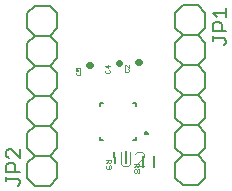
<source format=gbr>
G04 EAGLE Gerber RS-274X export*
G75*
%MOMM*%
%FSLAX34Y34*%
%LPD*%
%INSilkscreen Top*%
%IPPOS*%
%AMOC8*
5,1,8,0,0,1.08239X$1,22.5*%
G01*
%ADD10C,0.127000*%
%ADD11C,0.200000*%
%ADD12C,0.101600*%
%ADD13C,0.558800*%
%ADD14C,0.025400*%
%ADD15C,0.050800*%
%ADD16C,0.152400*%


D10*
X8936Y280410D02*
X11436Y280410D01*
X11436Y282910D01*
X-17064Y280410D02*
X-19564Y280410D01*
X-19564Y282910D01*
X-19564Y308910D02*
X-19564Y311410D01*
X-17064Y311410D01*
X11436Y311410D02*
X11436Y308910D01*
X11436Y311410D02*
X8936Y311410D01*
D11*
X18936Y285910D02*
X18938Y285973D01*
X18944Y286035D01*
X18954Y286097D01*
X18967Y286159D01*
X18985Y286219D01*
X19006Y286278D01*
X19031Y286336D01*
X19060Y286392D01*
X19092Y286446D01*
X19127Y286498D01*
X19165Y286547D01*
X19207Y286595D01*
X19251Y286639D01*
X19299Y286681D01*
X19348Y286719D01*
X19400Y286754D01*
X19454Y286786D01*
X19510Y286815D01*
X19568Y286840D01*
X19627Y286861D01*
X19687Y286879D01*
X19749Y286892D01*
X19811Y286902D01*
X19873Y286908D01*
X19936Y286910D01*
X19999Y286908D01*
X20061Y286902D01*
X20123Y286892D01*
X20185Y286879D01*
X20245Y286861D01*
X20304Y286840D01*
X20362Y286815D01*
X20418Y286786D01*
X20472Y286754D01*
X20524Y286719D01*
X20573Y286681D01*
X20621Y286639D01*
X20665Y286595D01*
X20707Y286547D01*
X20745Y286498D01*
X20780Y286446D01*
X20812Y286392D01*
X20841Y286336D01*
X20866Y286278D01*
X20887Y286219D01*
X20905Y286159D01*
X20918Y286097D01*
X20928Y286035D01*
X20934Y285973D01*
X20936Y285910D01*
X20934Y285847D01*
X20928Y285785D01*
X20918Y285723D01*
X20905Y285661D01*
X20887Y285601D01*
X20866Y285542D01*
X20841Y285484D01*
X20812Y285428D01*
X20780Y285374D01*
X20745Y285322D01*
X20707Y285273D01*
X20665Y285225D01*
X20621Y285181D01*
X20573Y285139D01*
X20524Y285101D01*
X20472Y285066D01*
X20418Y285034D01*
X20362Y285005D01*
X20304Y284980D01*
X20245Y284959D01*
X20185Y284941D01*
X20123Y284928D01*
X20061Y284918D01*
X19999Y284912D01*
X19936Y284910D01*
X19873Y284912D01*
X19811Y284918D01*
X19749Y284928D01*
X19687Y284941D01*
X19627Y284959D01*
X19568Y284980D01*
X19510Y285005D01*
X19454Y285034D01*
X19400Y285066D01*
X19348Y285101D01*
X19299Y285139D01*
X19251Y285181D01*
X19207Y285225D01*
X19165Y285273D01*
X19127Y285322D01*
X19092Y285374D01*
X19060Y285428D01*
X19031Y285484D01*
X19006Y285542D01*
X18985Y285601D01*
X18967Y285661D01*
X18954Y285723D01*
X18944Y285785D01*
X18938Y285847D01*
X18936Y285910D01*
D12*
X-1541Y269968D02*
X-1541Y260204D01*
X412Y258252D01*
X4317Y258252D01*
X6270Y260204D01*
X6270Y269968D01*
X10174Y258252D02*
X17984Y258252D01*
X10174Y258252D02*
X17984Y266063D01*
X17984Y268015D01*
X16032Y269968D01*
X12126Y269968D01*
X10174Y268015D01*
D13*
X12649Y346456D02*
X13259Y346456D01*
D14*
X2029Y340235D02*
X1394Y339600D01*
X1394Y338329D01*
X2029Y337693D01*
X4571Y337693D01*
X5207Y338329D01*
X5207Y339600D01*
X4571Y340235D01*
X5207Y341435D02*
X5207Y343977D01*
X5207Y341435D02*
X2665Y343977D01*
X2029Y343977D01*
X1394Y343342D01*
X1394Y342071D01*
X2029Y341435D01*
D13*
X-2997Y345694D02*
X-3607Y345694D01*
D14*
X-14227Y339473D02*
X-14862Y338838D01*
X-14862Y337567D01*
X-14227Y336931D01*
X-11685Y336931D01*
X-11049Y337567D01*
X-11049Y338838D01*
X-11685Y339473D01*
X-11049Y342580D02*
X-14862Y342580D01*
X-12956Y340673D01*
X-12956Y343215D01*
D13*
X-27889Y343916D02*
X-28499Y343916D01*
D14*
X-39119Y337695D02*
X-39754Y337060D01*
X-39754Y335789D01*
X-39119Y335153D01*
X-36577Y335153D01*
X-35941Y335789D01*
X-35941Y337060D01*
X-36577Y337695D01*
X-39754Y338895D02*
X-39754Y341437D01*
X-39754Y338895D02*
X-37848Y338895D01*
X-38483Y340166D01*
X-38483Y340802D01*
X-37848Y341437D01*
X-36577Y341437D01*
X-35941Y340802D01*
X-35941Y339531D01*
X-36577Y338895D01*
D10*
X16773Y266857D02*
X16807Y256857D01*
X26407Y256891D02*
X26373Y266891D01*
D15*
X13986Y259949D02*
X9484Y259933D01*
X13986Y259949D02*
X13994Y257698D01*
X13246Y256945D01*
X11746Y256940D01*
X10993Y257687D01*
X10985Y259939D01*
X10990Y258438D02*
X9494Y256932D01*
X13252Y255336D02*
X14005Y254588D01*
X14010Y253088D01*
X13263Y252335D01*
X12512Y252332D01*
X11759Y253080D01*
X11011Y252327D01*
X10261Y252324D01*
X9508Y253072D01*
X9502Y254573D01*
X10250Y255326D01*
X11001Y255328D01*
X11754Y254581D01*
X12502Y255334D01*
X13252Y255336D01*
X11754Y254581D02*
X11759Y253080D01*
D10*
X-7007Y260355D02*
X-7164Y270354D01*
X2435Y270505D02*
X2592Y260506D01*
D15*
X-9865Y263412D02*
X-14368Y263342D01*
X-9865Y263412D02*
X-9830Y261161D01*
X-10569Y260399D01*
X-12069Y260376D01*
X-12832Y261114D01*
X-12867Y263365D01*
X-12843Y261864D02*
X-14320Y260340D01*
X-13545Y258744D02*
X-14283Y257982D01*
X-14260Y256481D01*
X-13498Y255742D01*
X-10496Y255789D01*
X-9758Y256552D01*
X-9781Y258052D01*
X-10543Y258791D01*
X-11294Y258779D01*
X-12032Y258017D01*
X-11997Y255766D01*
D16*
X69850Y298958D02*
X69850Y311658D01*
X69850Y298958D02*
X63500Y292608D01*
X50800Y292608D01*
X44450Y298958D01*
X63500Y292608D02*
X69850Y286258D01*
X69850Y273558D01*
X63500Y267208D01*
X50800Y267208D01*
X44450Y273558D01*
X44450Y286258D01*
X50800Y292608D01*
X69850Y337058D02*
X63500Y343408D01*
X69850Y337058D02*
X69850Y324358D01*
X63500Y318008D01*
X50800Y318008D01*
X44450Y324358D01*
X44450Y337058D01*
X50800Y343408D01*
X63500Y318008D02*
X69850Y311658D01*
X50800Y318008D02*
X44450Y311658D01*
X44450Y298958D01*
X69850Y375158D02*
X69850Y387858D01*
X69850Y375158D02*
X63500Y368808D01*
X50800Y368808D01*
X44450Y375158D01*
X63500Y368808D02*
X69850Y362458D01*
X69850Y349758D01*
X63500Y343408D01*
X50800Y343408D01*
X44450Y349758D01*
X44450Y362458D01*
X50800Y368808D01*
X50800Y394208D02*
X63500Y394208D01*
X69850Y387858D01*
X50800Y394208D02*
X44450Y387858D01*
X44450Y375158D01*
X69850Y260858D02*
X69850Y248158D01*
X63500Y241808D01*
X50800Y241808D01*
X44450Y248158D01*
X63500Y267208D02*
X69850Y260858D01*
X50800Y267208D02*
X44450Y260858D01*
X44450Y248158D01*
D10*
X85596Y360523D02*
X87503Y362430D01*
X87503Y364336D01*
X85596Y366243D01*
X76063Y366243D01*
X76063Y364336D02*
X76063Y368150D01*
X76063Y372217D02*
X87503Y372217D01*
X76063Y372217D02*
X76063Y377937D01*
X77970Y379844D01*
X81783Y379844D01*
X83690Y377937D01*
X83690Y372217D01*
X79877Y383911D02*
X76063Y387724D01*
X87503Y387724D01*
X87503Y383911D02*
X87503Y391537D01*
D16*
X-81026Y336804D02*
X-81026Y324104D01*
X-81026Y336804D02*
X-74676Y343154D01*
X-61976Y343154D01*
X-55626Y336804D01*
X-74676Y343154D02*
X-81026Y349504D01*
X-81026Y362204D01*
X-74676Y368554D01*
X-61976Y368554D01*
X-55626Y362204D01*
X-55626Y349504D01*
X-61976Y343154D01*
X-81026Y298704D02*
X-74676Y292354D01*
X-81026Y298704D02*
X-81026Y311404D01*
X-74676Y317754D01*
X-61976Y317754D01*
X-55626Y311404D01*
X-55626Y298704D01*
X-61976Y292354D01*
X-74676Y317754D02*
X-81026Y324104D01*
X-61976Y317754D02*
X-55626Y324104D01*
X-55626Y336804D01*
X-81026Y260604D02*
X-81026Y247904D01*
X-81026Y260604D02*
X-74676Y266954D01*
X-61976Y266954D01*
X-55626Y260604D01*
X-74676Y266954D02*
X-81026Y273304D01*
X-81026Y286004D01*
X-74676Y292354D01*
X-61976Y292354D01*
X-55626Y286004D01*
X-55626Y273304D01*
X-61976Y266954D01*
X-61976Y241554D02*
X-74676Y241554D01*
X-81026Y247904D01*
X-61976Y241554D02*
X-55626Y247904D01*
X-55626Y260604D01*
X-81026Y374904D02*
X-81026Y387604D01*
X-74676Y393954D01*
X-61976Y393954D01*
X-55626Y387604D01*
X-74676Y368554D02*
X-81026Y374904D01*
X-61976Y368554D02*
X-55626Y374904D01*
X-55626Y387604D01*
D10*
X-87249Y243334D02*
X-89156Y241427D01*
X-87249Y243334D02*
X-87249Y245240D01*
X-89156Y247147D01*
X-98689Y247147D01*
X-98689Y245240D02*
X-98689Y249054D01*
X-98689Y253121D02*
X-87249Y253121D01*
X-98689Y253121D02*
X-98689Y258841D01*
X-96782Y260747D01*
X-92969Y260747D01*
X-91062Y258841D01*
X-91062Y253121D01*
X-87249Y264815D02*
X-87249Y272441D01*
X-87249Y264815D02*
X-94876Y272441D01*
X-96782Y272441D01*
X-98689Y270535D01*
X-98689Y266722D01*
X-96782Y264815D01*
M02*

</source>
